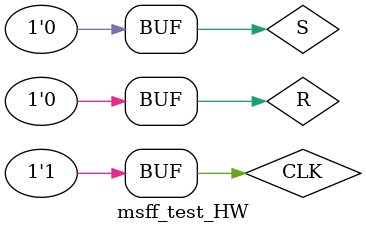
<source format=v>
`timescale 1ns / 1ps


module msff_test_HW;

	// Inputs
	reg CLK;
	reg R;
	reg S;

	// Outputs
	wire Q;
	wire Q_L;

	// Instantiate the Unit Under Test (UUT)
	msflipflop uut (
		.CLK(CLK), 
		.R(R), 
		.S(S), 
		.Q(Q), 
		.Q_L(Q_L)
	);

	
	initial begin
		CLK = 0;
		R = 0;
		S = 0;
		#50;
		R = 0;
		S = 1;
		#50;
		CLK = 1;
		#100;
      CLK = 0;
		#50
		R = 0;
		S = 0;
		#50;
		CLK = 1;
		#50;
		R = 1;
		S = 0; 
		#50;
		CLK =0;
		#50;
		R = 0;
		#50;
		CLK = 1;
		S = 1;
		#50;
		S = 0;
		R = 0;
	end
	
	//always
		//#95 CLK = ~CLK;
      
      
endmodule


</source>
